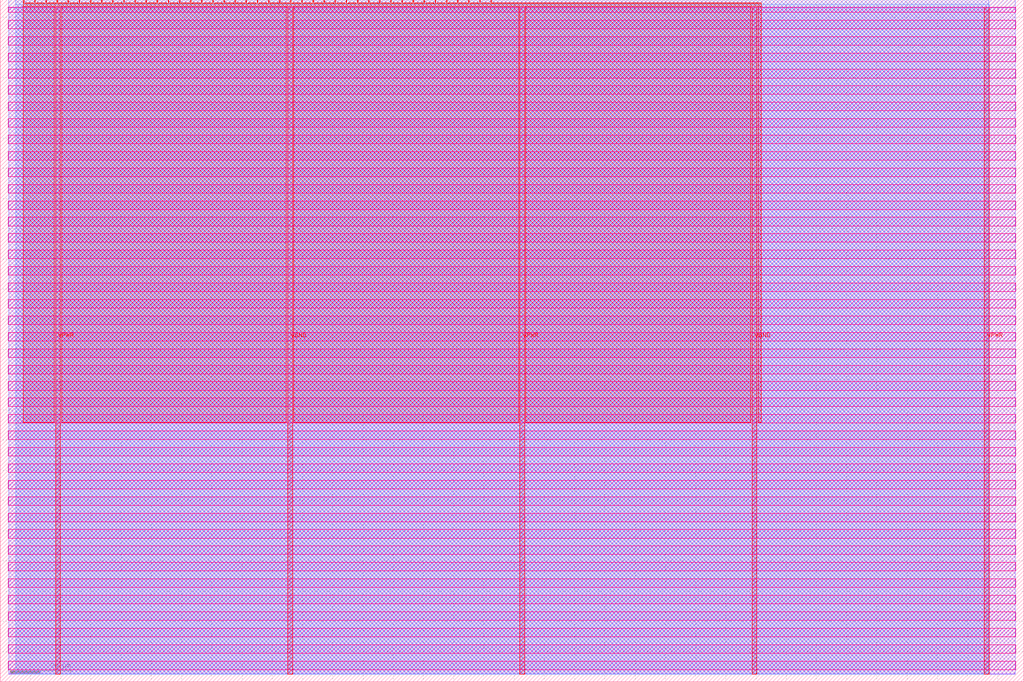
<source format=lef>
VERSION 5.7 ;
  NOWIREEXTENSIONATPIN ON ;
  DIVIDERCHAR "/" ;
  BUSBITCHARS "[]" ;
MACRO tt_um_urish_usb_cdc
  CLASS BLOCK ;
  FOREIGN tt_um_urish_usb_cdc ;
  ORIGIN 0.000 0.000 ;
  SIZE 338.560 BY 225.760 ;
  PIN VGND
    DIRECTION INOUT ;
    USE GROUND ;
    PORT
      LAYER met4 ;
        RECT 95.080 2.480 96.680 223.280 ;
    END
    PORT
      LAYER met4 ;
        RECT 248.680 2.480 250.280 223.280 ;
    END
  END VGND
  PIN VPWR
    DIRECTION INOUT ;
    USE POWER ;
    PORT
      LAYER met4 ;
        RECT 18.280 2.480 19.880 223.280 ;
    END
    PORT
      LAYER met4 ;
        RECT 171.880 2.480 173.480 223.280 ;
    END
    PORT
      LAYER met4 ;
        RECT 325.480 2.480 327.080 223.280 ;
    END
  END VPWR
  PIN clk
    DIRECTION INPUT ;
    USE SIGNAL ;
    ANTENNAGATEAREA 0.852000 ;
    PORT
      LAYER met4 ;
        RECT 158.550 224.760 158.850 225.760 ;
    END
  END clk
  PIN ena
    DIRECTION INPUT ;
    USE SIGNAL ;
    PORT
      LAYER met4 ;
        RECT 162.230 224.760 162.530 225.760 ;
    END
  END ena
  PIN rst_n
    DIRECTION INPUT ;
    USE SIGNAL ;
    ANTENNAGATEAREA 0.196500 ;
    PORT
      LAYER met4 ;
        RECT 154.870 224.760 155.170 225.760 ;
    END
  END rst_n
  PIN ui_in[0]
    DIRECTION INPUT ;
    USE SIGNAL ;
    ANTENNAGATEAREA 0.213000 ;
    PORT
      LAYER met4 ;
        RECT 151.190 224.760 151.490 225.760 ;
    END
  END ui_in[0]
  PIN ui_in[1]
    DIRECTION INPUT ;
    USE SIGNAL ;
    ANTENNAGATEAREA 0.196500 ;
    PORT
      LAYER met4 ;
        RECT 147.510 224.760 147.810 225.760 ;
    END
  END ui_in[1]
  PIN ui_in[2]
    DIRECTION INPUT ;
    USE SIGNAL ;
    ANTENNAGATEAREA 0.159000 ;
    PORT
      LAYER met4 ;
        RECT 143.830 224.760 144.130 225.760 ;
    END
  END ui_in[2]
  PIN ui_in[3]
    DIRECTION INPUT ;
    USE SIGNAL ;
    ANTENNAGATEAREA 0.213000 ;
    PORT
      LAYER met4 ;
        RECT 140.150 224.760 140.450 225.760 ;
    END
  END ui_in[3]
  PIN ui_in[4]
    DIRECTION INPUT ;
    USE SIGNAL ;
    ANTENNAGATEAREA 0.213000 ;
    PORT
      LAYER met4 ;
        RECT 136.470 224.760 136.770 225.760 ;
    END
  END ui_in[4]
  PIN ui_in[5]
    DIRECTION INPUT ;
    USE SIGNAL ;
    ANTENNAGATEAREA 0.159000 ;
    PORT
      LAYER met4 ;
        RECT 132.790 224.760 133.090 225.760 ;
    END
  END ui_in[5]
  PIN ui_in[6]
    DIRECTION INPUT ;
    USE SIGNAL ;
    ANTENNAGATEAREA 0.213000 ;
    PORT
      LAYER met4 ;
        RECT 129.110 224.760 129.410 225.760 ;
    END
  END ui_in[6]
  PIN ui_in[7]
    DIRECTION INPUT ;
    USE SIGNAL ;
    ANTENNAGATEAREA 0.159000 ;
    PORT
      LAYER met4 ;
        RECT 125.430 224.760 125.730 225.760 ;
    END
  END ui_in[7]
  PIN uio_in[0]
    DIRECTION INPUT ;
    USE SIGNAL ;
    ANTENNAGATEAREA 0.196500 ;
    PORT
      LAYER met4 ;
        RECT 121.750 224.760 122.050 225.760 ;
    END
  END uio_in[0]
  PIN uio_in[1]
    DIRECTION INPUT ;
    USE SIGNAL ;
    ANTENNAGATEAREA 0.196500 ;
    PORT
      LAYER met4 ;
        RECT 118.070 224.760 118.370 225.760 ;
    END
  END uio_in[1]
  PIN uio_in[2]
    DIRECTION INPUT ;
    USE SIGNAL ;
    ANTENNAGATEAREA 0.196500 ;
    PORT
      LAYER met4 ;
        RECT 114.390 224.760 114.690 225.760 ;
    END
  END uio_in[2]
  PIN uio_in[3]
    DIRECTION INPUT ;
    USE SIGNAL ;
    PORT
      LAYER met4 ;
        RECT 110.710 224.760 111.010 225.760 ;
    END
  END uio_in[3]
  PIN uio_in[4]
    DIRECTION INPUT ;
    USE SIGNAL ;
    PORT
      LAYER met4 ;
        RECT 107.030 224.760 107.330 225.760 ;
    END
  END uio_in[4]
  PIN uio_in[5]
    DIRECTION INPUT ;
    USE SIGNAL ;
    ANTENNAGATEAREA 0.196500 ;
    PORT
      LAYER met4 ;
        RECT 103.350 224.760 103.650 225.760 ;
    END
  END uio_in[5]
  PIN uio_in[6]
    DIRECTION INPUT ;
    USE SIGNAL ;
    PORT
      LAYER met4 ;
        RECT 99.670 224.760 99.970 225.760 ;
    END
  END uio_in[6]
  PIN uio_in[7]
    DIRECTION INPUT ;
    USE SIGNAL ;
    PORT
      LAYER met4 ;
        RECT 95.990 224.760 96.290 225.760 ;
    END
  END uio_in[7]
  PIN uio_oe[0]
    DIRECTION OUTPUT TRISTATE ;
    USE SIGNAL ;
    ANTENNADIFFAREA 0.795200 ;
    PORT
      LAYER met4 ;
        RECT 33.430 224.760 33.730 225.760 ;
    END
  END uio_oe[0]
  PIN uio_oe[1]
    DIRECTION OUTPUT TRISTATE ;
    USE SIGNAL ;
    ANTENNADIFFAREA 0.795200 ;
    PORT
      LAYER met4 ;
        RECT 29.750 224.760 30.050 225.760 ;
    END
  END uio_oe[1]
  PIN uio_oe[2]
    DIRECTION OUTPUT TRISTATE ;
    USE SIGNAL ;
    PORT
      LAYER met4 ;
        RECT 26.070 224.760 26.370 225.760 ;
    END
  END uio_oe[2]
  PIN uio_oe[3]
    DIRECTION OUTPUT TRISTATE ;
    USE SIGNAL ;
    PORT
      LAYER met4 ;
        RECT 22.390 224.760 22.690 225.760 ;
    END
  END uio_oe[3]
  PIN uio_oe[4]
    DIRECTION OUTPUT TRISTATE ;
    USE SIGNAL ;
    PORT
      LAYER met4 ;
        RECT 18.710 224.760 19.010 225.760 ;
    END
  END uio_oe[4]
  PIN uio_oe[5]
    DIRECTION OUTPUT TRISTATE ;
    USE SIGNAL ;
    PORT
      LAYER met4 ;
        RECT 15.030 224.760 15.330 225.760 ;
    END
  END uio_oe[5]
  PIN uio_oe[6]
    DIRECTION OUTPUT TRISTATE ;
    USE SIGNAL ;
    PORT
      LAYER met4 ;
        RECT 11.350 224.760 11.650 225.760 ;
    END
  END uio_oe[6]
  PIN uio_oe[7]
    DIRECTION OUTPUT TRISTATE ;
    USE SIGNAL ;
    PORT
      LAYER met4 ;
        RECT 7.670 224.760 7.970 225.760 ;
    END
  END uio_oe[7]
  PIN uio_out[0]
    DIRECTION OUTPUT TRISTATE ;
    USE SIGNAL ;
    ANTENNADIFFAREA 0.795200 ;
    PORT
      LAYER met4 ;
        RECT 62.870 224.760 63.170 225.760 ;
    END
  END uio_out[0]
  PIN uio_out[1]
    DIRECTION OUTPUT TRISTATE ;
    USE SIGNAL ;
    ANTENNADIFFAREA 0.795200 ;
    PORT
      LAYER met4 ;
        RECT 59.190 224.760 59.490 225.760 ;
    END
  END uio_out[1]
  PIN uio_out[2]
    DIRECTION OUTPUT TRISTATE ;
    USE SIGNAL ;
    PORT
      LAYER met4 ;
        RECT 55.510 224.760 55.810 225.760 ;
    END
  END uio_out[2]
  PIN uio_out[3]
    DIRECTION OUTPUT TRISTATE ;
    USE SIGNAL ;
    ANTENNADIFFAREA 0.795200 ;
    PORT
      LAYER met4 ;
        RECT 51.830 224.760 52.130 225.760 ;
    END
  END uio_out[3]
  PIN uio_out[4]
    DIRECTION OUTPUT TRISTATE ;
    USE SIGNAL ;
    ANTENNADIFFAREA 0.795200 ;
    PORT
      LAYER met4 ;
        RECT 48.150 224.760 48.450 225.760 ;
    END
  END uio_out[4]
  PIN uio_out[5]
    DIRECTION OUTPUT TRISTATE ;
    USE SIGNAL ;
    PORT
      LAYER met4 ;
        RECT 44.470 224.760 44.770 225.760 ;
    END
  END uio_out[5]
  PIN uio_out[6]
    DIRECTION OUTPUT TRISTATE ;
    USE SIGNAL ;
    ANTENNADIFFAREA 0.795200 ;
    PORT
      LAYER met4 ;
        RECT 40.790 224.760 41.090 225.760 ;
    END
  END uio_out[6]
  PIN uio_out[7]
    DIRECTION OUTPUT TRISTATE ;
    USE SIGNAL ;
    ANTENNADIFFAREA 0.795200 ;
    PORT
      LAYER met4 ;
        RECT 37.110 224.760 37.410 225.760 ;
    END
  END uio_out[7]
  PIN uo_out[0]
    DIRECTION OUTPUT TRISTATE ;
    USE SIGNAL ;
    ANTENNADIFFAREA 0.891000 ;
    PORT
      LAYER met4 ;
        RECT 92.310 224.760 92.610 225.760 ;
    END
  END uo_out[0]
  PIN uo_out[1]
    DIRECTION OUTPUT TRISTATE ;
    USE SIGNAL ;
    ANTENNADIFFAREA 0.891000 ;
    PORT
      LAYER met4 ;
        RECT 88.630 224.760 88.930 225.760 ;
    END
  END uo_out[1]
  PIN uo_out[2]
    DIRECTION OUTPUT TRISTATE ;
    USE SIGNAL ;
    ANTENNADIFFAREA 0.891000 ;
    PORT
      LAYER met4 ;
        RECT 84.950 224.760 85.250 225.760 ;
    END
  END uo_out[2]
  PIN uo_out[3]
    DIRECTION OUTPUT TRISTATE ;
    USE SIGNAL ;
    ANTENNADIFFAREA 0.891000 ;
    PORT
      LAYER met4 ;
        RECT 81.270 224.760 81.570 225.760 ;
    END
  END uo_out[3]
  PIN uo_out[4]
    DIRECTION OUTPUT TRISTATE ;
    USE SIGNAL ;
    ANTENNADIFFAREA 0.891000 ;
    PORT
      LAYER met4 ;
        RECT 77.590 224.760 77.890 225.760 ;
    END
  END uo_out[4]
  PIN uo_out[5]
    DIRECTION OUTPUT TRISTATE ;
    USE SIGNAL ;
    ANTENNADIFFAREA 0.891000 ;
    PORT
      LAYER met4 ;
        RECT 73.910 224.760 74.210 225.760 ;
    END
  END uo_out[5]
  PIN uo_out[6]
    DIRECTION OUTPUT TRISTATE ;
    USE SIGNAL ;
    ANTENNADIFFAREA 0.891000 ;
    PORT
      LAYER met4 ;
        RECT 70.230 224.760 70.530 225.760 ;
    END
  END uo_out[6]
  PIN uo_out[7]
    DIRECTION OUTPUT TRISTATE ;
    USE SIGNAL ;
    ANTENNADIFFAREA 0.891000 ;
    PORT
      LAYER met4 ;
        RECT 66.550 224.760 66.850 225.760 ;
    END
  END uo_out[7]
  OBS
      LAYER nwell ;
        RECT 2.570 221.625 335.990 223.230 ;
        RECT 2.570 216.185 335.990 219.015 ;
        RECT 2.570 210.745 335.990 213.575 ;
        RECT 2.570 205.305 335.990 208.135 ;
        RECT 2.570 199.865 335.990 202.695 ;
        RECT 2.570 194.425 335.990 197.255 ;
        RECT 2.570 188.985 335.990 191.815 ;
        RECT 2.570 183.545 335.990 186.375 ;
        RECT 2.570 178.105 335.990 180.935 ;
        RECT 2.570 172.665 335.990 175.495 ;
        RECT 2.570 167.225 335.990 170.055 ;
        RECT 2.570 161.785 335.990 164.615 ;
        RECT 2.570 156.345 335.990 159.175 ;
        RECT 2.570 150.905 335.990 153.735 ;
        RECT 2.570 145.465 335.990 148.295 ;
        RECT 2.570 140.025 335.990 142.855 ;
        RECT 2.570 134.585 335.990 137.415 ;
        RECT 2.570 129.145 335.990 131.975 ;
        RECT 2.570 123.705 335.990 126.535 ;
        RECT 2.570 118.265 335.990 121.095 ;
        RECT 2.570 112.825 335.990 115.655 ;
        RECT 2.570 107.385 335.990 110.215 ;
        RECT 2.570 101.945 335.990 104.775 ;
        RECT 2.570 96.505 335.990 99.335 ;
        RECT 2.570 91.065 335.990 93.895 ;
        RECT 2.570 85.625 335.990 88.455 ;
        RECT 2.570 80.185 335.990 83.015 ;
        RECT 2.570 74.745 335.990 77.575 ;
        RECT 2.570 69.305 335.990 72.135 ;
        RECT 2.570 63.865 335.990 66.695 ;
        RECT 2.570 58.425 335.990 61.255 ;
        RECT 2.570 52.985 335.990 55.815 ;
        RECT 2.570 47.545 335.990 50.375 ;
        RECT 2.570 42.105 335.990 44.935 ;
        RECT 2.570 36.665 335.990 39.495 ;
        RECT 2.570 31.225 335.990 34.055 ;
        RECT 2.570 25.785 335.990 28.615 ;
        RECT 2.570 20.345 335.990 23.175 ;
        RECT 2.570 14.905 335.990 17.735 ;
        RECT 2.570 9.465 335.990 12.295 ;
        RECT 2.570 4.025 335.990 6.855 ;
      LAYER li1 ;
        RECT 2.760 2.635 335.800 223.125 ;
      LAYER met1 ;
        RECT 2.760 2.480 335.800 225.720 ;
      LAYER met2 ;
        RECT 5.150 2.535 327.050 225.750 ;
      LAYER met3 ;
        RECT 5.125 2.555 327.070 224.225 ;
      LAYER met4 ;
        RECT 8.370 224.360 10.950 224.760 ;
        RECT 12.050 224.360 14.630 224.760 ;
        RECT 15.730 224.360 18.310 224.760 ;
        RECT 19.410 224.360 21.990 224.760 ;
        RECT 23.090 224.360 25.670 224.760 ;
        RECT 26.770 224.360 29.350 224.760 ;
        RECT 30.450 224.360 33.030 224.760 ;
        RECT 34.130 224.360 36.710 224.760 ;
        RECT 37.810 224.360 40.390 224.760 ;
        RECT 41.490 224.360 44.070 224.760 ;
        RECT 45.170 224.360 47.750 224.760 ;
        RECT 48.850 224.360 51.430 224.760 ;
        RECT 52.530 224.360 55.110 224.760 ;
        RECT 56.210 224.360 58.790 224.760 ;
        RECT 59.890 224.360 62.470 224.760 ;
        RECT 63.570 224.360 66.150 224.760 ;
        RECT 67.250 224.360 69.830 224.760 ;
        RECT 70.930 224.360 73.510 224.760 ;
        RECT 74.610 224.360 77.190 224.760 ;
        RECT 78.290 224.360 80.870 224.760 ;
        RECT 81.970 224.360 84.550 224.760 ;
        RECT 85.650 224.360 88.230 224.760 ;
        RECT 89.330 224.360 91.910 224.760 ;
        RECT 93.010 224.360 95.590 224.760 ;
        RECT 96.690 224.360 99.270 224.760 ;
        RECT 100.370 224.360 102.950 224.760 ;
        RECT 104.050 224.360 106.630 224.760 ;
        RECT 107.730 224.360 110.310 224.760 ;
        RECT 111.410 224.360 113.990 224.760 ;
        RECT 115.090 224.360 117.670 224.760 ;
        RECT 118.770 224.360 121.350 224.760 ;
        RECT 122.450 224.360 125.030 224.760 ;
        RECT 126.130 224.360 128.710 224.760 ;
        RECT 129.810 224.360 132.390 224.760 ;
        RECT 133.490 224.360 136.070 224.760 ;
        RECT 137.170 224.360 139.750 224.760 ;
        RECT 140.850 224.360 143.430 224.760 ;
        RECT 144.530 224.360 147.110 224.760 ;
        RECT 148.210 224.360 150.790 224.760 ;
        RECT 151.890 224.360 154.470 224.760 ;
        RECT 155.570 224.360 158.150 224.760 ;
        RECT 159.250 224.360 161.830 224.760 ;
        RECT 162.930 224.360 251.785 224.760 ;
        RECT 7.655 223.680 251.785 224.360 ;
        RECT 7.655 85.855 17.880 223.680 ;
        RECT 20.280 85.855 94.680 223.680 ;
        RECT 97.080 85.855 171.480 223.680 ;
        RECT 173.880 85.855 248.280 223.680 ;
        RECT 250.680 85.855 251.785 223.680 ;
  END
END tt_um_urish_usb_cdc
END LIBRARY


</source>
